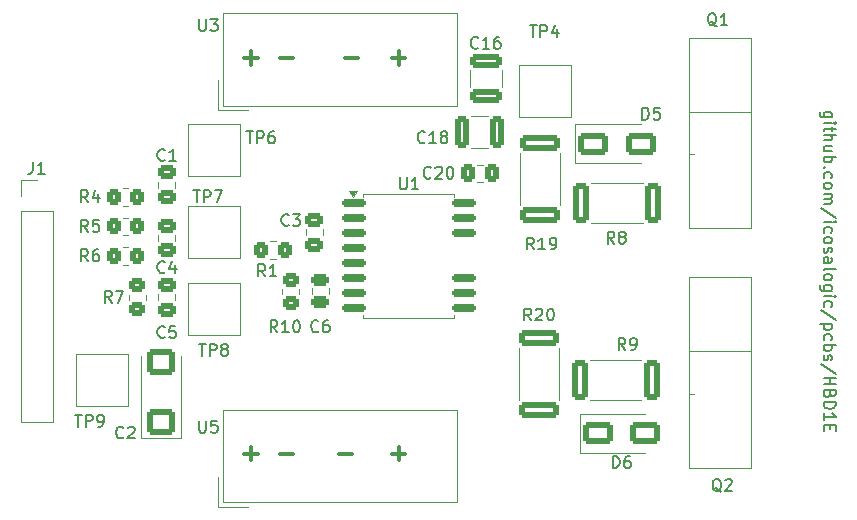
<source format=gto>
G04 #@! TF.GenerationSoftware,KiCad,Pcbnew,8.0.9-8.0.9-0~ubuntu22.04.1*
G04 #@! TF.CreationDate,2025-04-03T00:10:20-07:00*
G04 #@! TF.ProjectId,HBD1E,48424431-452e-46b6-9963-61645f706362,rev?*
G04 #@! TF.SameCoordinates,Original*
G04 #@! TF.FileFunction,Legend,Top*
G04 #@! TF.FilePolarity,Positive*
%FSLAX46Y46*%
G04 Gerber Fmt 4.6, Leading zero omitted, Abs format (unit mm)*
G04 Created by KiCad (PCBNEW 8.0.9-8.0.9-0~ubuntu22.04.1) date 2025-04-03 00:10:20*
%MOMM*%
%LPD*%
G01*
G04 APERTURE LIST*
G04 Aperture macros list*
%AMRoundRect*
0 Rectangle with rounded corners*
0 $1 Rounding radius*
0 $2 $3 $4 $5 $6 $7 $8 $9 X,Y pos of 4 corners*
0 Add a 4 corners polygon primitive as box body*
4,1,4,$2,$3,$4,$5,$6,$7,$8,$9,$2,$3,0*
0 Add four circle primitives for the rounded corners*
1,1,$1+$1,$2,$3*
1,1,$1+$1,$4,$5*
1,1,$1+$1,$6,$7*
1,1,$1+$1,$8,$9*
0 Add four rect primitives between the rounded corners*
20,1,$1+$1,$2,$3,$4,$5,0*
20,1,$1+$1,$4,$5,$6,$7,0*
20,1,$1+$1,$6,$7,$8,$9,0*
20,1,$1+$1,$8,$9,$2,$3,0*%
G04 Aperture macros list end*
%ADD10C,0.300000*%
%ADD11C,0.150000*%
%ADD12C,0.120000*%
%ADD13RoundRect,0.250000X0.350000X0.450000X-0.350000X0.450000X-0.350000X-0.450000X0.350000X-0.450000X0*%
%ADD14R,4.000000X4.000000*%
%ADD15C,3.100000*%
%ADD16C,5.400000*%
%ADD17R,4.500000X1.905000*%
%ADD18O,4.500000X1.905000*%
%ADD19RoundRect,0.250000X-0.475000X0.337500X-0.475000X-0.337500X0.475000X-0.337500X0.475000X0.337500X0*%
%ADD20RoundRect,0.250000X0.925000X-0.875000X0.925000X0.875000X-0.925000X0.875000X-0.925000X-0.875000X0*%
%ADD21RoundRect,0.250000X-1.000000X-0.650000X1.000000X-0.650000X1.000000X0.650000X-1.000000X0.650000X0*%
%ADD22RoundRect,0.249999X0.450001X1.425001X-0.450001X1.425001X-0.450001X-1.425001X0.450001X-1.425001X0*%
%ADD23RoundRect,0.249999X-1.425001X0.450001X-1.425001X-0.450001X1.425001X-0.450001X1.425001X0.450001X0*%
%ADD24RoundRect,0.250000X0.475000X-0.337500X0.475000X0.337500X-0.475000X0.337500X-0.475000X-0.337500X0*%
%ADD25RoundRect,0.250000X0.475000X-0.250000X0.475000X0.250000X-0.475000X0.250000X-0.475000X-0.250000X0*%
%ADD26R,1.500000X1.500000*%
%ADD27C,1.500000*%
%ADD28RoundRect,0.250000X-0.450000X0.350000X-0.450000X-0.350000X0.450000X-0.350000X0.450000X0.350000X0*%
%ADD29RoundRect,0.250000X1.100000X-0.325000X1.100000X0.325000X-1.100000X0.325000X-1.100000X-0.325000X0*%
%ADD30C,2.700000*%
%ADD31RoundRect,0.249999X1.425001X-0.450001X1.425001X0.450001X-1.425001X0.450001X-1.425001X-0.450001X0*%
%ADD32RoundRect,0.250000X-0.325000X-1.100000X0.325000X-1.100000X0.325000X1.100000X-0.325000X1.100000X0*%
%ADD33R,1.700000X1.700000*%
%ADD34O,1.700000X1.700000*%
%ADD35RoundRect,0.250000X-0.337500X-0.475000X0.337500X-0.475000X0.337500X0.475000X-0.337500X0.475000X0*%
%ADD36RoundRect,0.150000X-0.875000X-0.150000X0.875000X-0.150000X0.875000X0.150000X-0.875000X0.150000X0*%
G04 APERTURE END LIST*
D10*
X59554510Y-47729400D02*
X60697368Y-47729400D01*
X60125939Y-48300828D02*
X60125939Y-47157971D01*
X59554510Y-81229400D02*
X60697368Y-81229400D01*
X60125939Y-81800828D02*
X60125939Y-80657971D01*
X62554510Y-81229400D02*
X63697368Y-81229400D01*
X72054510Y-47729400D02*
X73197368Y-47729400D01*
X72625939Y-48300828D02*
X72625939Y-47157971D01*
D11*
X109296847Y-52765350D02*
X108487323Y-52765350D01*
X108487323Y-52765350D02*
X108392085Y-52717731D01*
X108392085Y-52717731D02*
X108344466Y-52670112D01*
X108344466Y-52670112D02*
X108296847Y-52574874D01*
X108296847Y-52574874D02*
X108296847Y-52432017D01*
X108296847Y-52432017D02*
X108344466Y-52336779D01*
X108677800Y-52765350D02*
X108630180Y-52670112D01*
X108630180Y-52670112D02*
X108630180Y-52479636D01*
X108630180Y-52479636D02*
X108677800Y-52384398D01*
X108677800Y-52384398D02*
X108725419Y-52336779D01*
X108725419Y-52336779D02*
X108820657Y-52289160D01*
X108820657Y-52289160D02*
X109106371Y-52289160D01*
X109106371Y-52289160D02*
X109201609Y-52336779D01*
X109201609Y-52336779D02*
X109249228Y-52384398D01*
X109249228Y-52384398D02*
X109296847Y-52479636D01*
X109296847Y-52479636D02*
X109296847Y-52670112D01*
X109296847Y-52670112D02*
X109249228Y-52765350D01*
X108630180Y-53241541D02*
X109296847Y-53241541D01*
X109630180Y-53241541D02*
X109582561Y-53193922D01*
X109582561Y-53193922D02*
X109534942Y-53241541D01*
X109534942Y-53241541D02*
X109582561Y-53289160D01*
X109582561Y-53289160D02*
X109630180Y-53241541D01*
X109630180Y-53241541D02*
X109534942Y-53241541D01*
X109296847Y-53574874D02*
X109296847Y-53955826D01*
X109630180Y-53717731D02*
X108773038Y-53717731D01*
X108773038Y-53717731D02*
X108677800Y-53765350D01*
X108677800Y-53765350D02*
X108630180Y-53860588D01*
X108630180Y-53860588D02*
X108630180Y-53955826D01*
X108630180Y-54289160D02*
X109630180Y-54289160D01*
X108630180Y-54717731D02*
X109153990Y-54717731D01*
X109153990Y-54717731D02*
X109249228Y-54670112D01*
X109249228Y-54670112D02*
X109296847Y-54574874D01*
X109296847Y-54574874D02*
X109296847Y-54432017D01*
X109296847Y-54432017D02*
X109249228Y-54336779D01*
X109249228Y-54336779D02*
X109201609Y-54289160D01*
X109296847Y-55622493D02*
X108630180Y-55622493D01*
X109296847Y-55193922D02*
X108773038Y-55193922D01*
X108773038Y-55193922D02*
X108677800Y-55241541D01*
X108677800Y-55241541D02*
X108630180Y-55336779D01*
X108630180Y-55336779D02*
X108630180Y-55479636D01*
X108630180Y-55479636D02*
X108677800Y-55574874D01*
X108677800Y-55574874D02*
X108725419Y-55622493D01*
X108630180Y-56098684D02*
X109630180Y-56098684D01*
X109249228Y-56098684D02*
X109296847Y-56193922D01*
X109296847Y-56193922D02*
X109296847Y-56384398D01*
X109296847Y-56384398D02*
X109249228Y-56479636D01*
X109249228Y-56479636D02*
X109201609Y-56527255D01*
X109201609Y-56527255D02*
X109106371Y-56574874D01*
X109106371Y-56574874D02*
X108820657Y-56574874D01*
X108820657Y-56574874D02*
X108725419Y-56527255D01*
X108725419Y-56527255D02*
X108677800Y-56479636D01*
X108677800Y-56479636D02*
X108630180Y-56384398D01*
X108630180Y-56384398D02*
X108630180Y-56193922D01*
X108630180Y-56193922D02*
X108677800Y-56098684D01*
X108725419Y-57003446D02*
X108677800Y-57051065D01*
X108677800Y-57051065D02*
X108630180Y-57003446D01*
X108630180Y-57003446D02*
X108677800Y-56955827D01*
X108677800Y-56955827D02*
X108725419Y-57003446D01*
X108725419Y-57003446D02*
X108630180Y-57003446D01*
X108677800Y-57908207D02*
X108630180Y-57812969D01*
X108630180Y-57812969D02*
X108630180Y-57622493D01*
X108630180Y-57622493D02*
X108677800Y-57527255D01*
X108677800Y-57527255D02*
X108725419Y-57479636D01*
X108725419Y-57479636D02*
X108820657Y-57432017D01*
X108820657Y-57432017D02*
X109106371Y-57432017D01*
X109106371Y-57432017D02*
X109201609Y-57479636D01*
X109201609Y-57479636D02*
X109249228Y-57527255D01*
X109249228Y-57527255D02*
X109296847Y-57622493D01*
X109296847Y-57622493D02*
X109296847Y-57812969D01*
X109296847Y-57812969D02*
X109249228Y-57908207D01*
X108630180Y-58479636D02*
X108677800Y-58384398D01*
X108677800Y-58384398D02*
X108725419Y-58336779D01*
X108725419Y-58336779D02*
X108820657Y-58289160D01*
X108820657Y-58289160D02*
X109106371Y-58289160D01*
X109106371Y-58289160D02*
X109201609Y-58336779D01*
X109201609Y-58336779D02*
X109249228Y-58384398D01*
X109249228Y-58384398D02*
X109296847Y-58479636D01*
X109296847Y-58479636D02*
X109296847Y-58622493D01*
X109296847Y-58622493D02*
X109249228Y-58717731D01*
X109249228Y-58717731D02*
X109201609Y-58765350D01*
X109201609Y-58765350D02*
X109106371Y-58812969D01*
X109106371Y-58812969D02*
X108820657Y-58812969D01*
X108820657Y-58812969D02*
X108725419Y-58765350D01*
X108725419Y-58765350D02*
X108677800Y-58717731D01*
X108677800Y-58717731D02*
X108630180Y-58622493D01*
X108630180Y-58622493D02*
X108630180Y-58479636D01*
X108630180Y-59241541D02*
X109296847Y-59241541D01*
X109201609Y-59241541D02*
X109249228Y-59289160D01*
X109249228Y-59289160D02*
X109296847Y-59384398D01*
X109296847Y-59384398D02*
X109296847Y-59527255D01*
X109296847Y-59527255D02*
X109249228Y-59622493D01*
X109249228Y-59622493D02*
X109153990Y-59670112D01*
X109153990Y-59670112D02*
X108630180Y-59670112D01*
X109153990Y-59670112D02*
X109249228Y-59717731D01*
X109249228Y-59717731D02*
X109296847Y-59812969D01*
X109296847Y-59812969D02*
X109296847Y-59955826D01*
X109296847Y-59955826D02*
X109249228Y-60051065D01*
X109249228Y-60051065D02*
X109153990Y-60098684D01*
X109153990Y-60098684D02*
X108630180Y-60098684D01*
X109677800Y-61289159D02*
X108392085Y-60432017D01*
X108630180Y-61622493D02*
X109296847Y-61622493D01*
X109630180Y-61622493D02*
X109582561Y-61574874D01*
X109582561Y-61574874D02*
X109534942Y-61622493D01*
X109534942Y-61622493D02*
X109582561Y-61670112D01*
X109582561Y-61670112D02*
X109630180Y-61622493D01*
X109630180Y-61622493D02*
X109534942Y-61622493D01*
X108677800Y-62527254D02*
X108630180Y-62432016D01*
X108630180Y-62432016D02*
X108630180Y-62241540D01*
X108630180Y-62241540D02*
X108677800Y-62146302D01*
X108677800Y-62146302D02*
X108725419Y-62098683D01*
X108725419Y-62098683D02*
X108820657Y-62051064D01*
X108820657Y-62051064D02*
X109106371Y-62051064D01*
X109106371Y-62051064D02*
X109201609Y-62098683D01*
X109201609Y-62098683D02*
X109249228Y-62146302D01*
X109249228Y-62146302D02*
X109296847Y-62241540D01*
X109296847Y-62241540D02*
X109296847Y-62432016D01*
X109296847Y-62432016D02*
X109249228Y-62527254D01*
X108630180Y-63098683D02*
X108677800Y-63003445D01*
X108677800Y-63003445D02*
X108725419Y-62955826D01*
X108725419Y-62955826D02*
X108820657Y-62908207D01*
X108820657Y-62908207D02*
X109106371Y-62908207D01*
X109106371Y-62908207D02*
X109201609Y-62955826D01*
X109201609Y-62955826D02*
X109249228Y-63003445D01*
X109249228Y-63003445D02*
X109296847Y-63098683D01*
X109296847Y-63098683D02*
X109296847Y-63241540D01*
X109296847Y-63241540D02*
X109249228Y-63336778D01*
X109249228Y-63336778D02*
X109201609Y-63384397D01*
X109201609Y-63384397D02*
X109106371Y-63432016D01*
X109106371Y-63432016D02*
X108820657Y-63432016D01*
X108820657Y-63432016D02*
X108725419Y-63384397D01*
X108725419Y-63384397D02*
X108677800Y-63336778D01*
X108677800Y-63336778D02*
X108630180Y-63241540D01*
X108630180Y-63241540D02*
X108630180Y-63098683D01*
X108677800Y-63812969D02*
X108630180Y-63908207D01*
X108630180Y-63908207D02*
X108630180Y-64098683D01*
X108630180Y-64098683D02*
X108677800Y-64193921D01*
X108677800Y-64193921D02*
X108773038Y-64241540D01*
X108773038Y-64241540D02*
X108820657Y-64241540D01*
X108820657Y-64241540D02*
X108915895Y-64193921D01*
X108915895Y-64193921D02*
X108963514Y-64098683D01*
X108963514Y-64098683D02*
X108963514Y-63955826D01*
X108963514Y-63955826D02*
X109011133Y-63860588D01*
X109011133Y-63860588D02*
X109106371Y-63812969D01*
X109106371Y-63812969D02*
X109153990Y-63812969D01*
X109153990Y-63812969D02*
X109249228Y-63860588D01*
X109249228Y-63860588D02*
X109296847Y-63955826D01*
X109296847Y-63955826D02*
X109296847Y-64098683D01*
X109296847Y-64098683D02*
X109249228Y-64193921D01*
X108630180Y-65098683D02*
X109153990Y-65098683D01*
X109153990Y-65098683D02*
X109249228Y-65051064D01*
X109249228Y-65051064D02*
X109296847Y-64955826D01*
X109296847Y-64955826D02*
X109296847Y-64765350D01*
X109296847Y-64765350D02*
X109249228Y-64670112D01*
X108677800Y-65098683D02*
X108630180Y-65003445D01*
X108630180Y-65003445D02*
X108630180Y-64765350D01*
X108630180Y-64765350D02*
X108677800Y-64670112D01*
X108677800Y-64670112D02*
X108773038Y-64622493D01*
X108773038Y-64622493D02*
X108868276Y-64622493D01*
X108868276Y-64622493D02*
X108963514Y-64670112D01*
X108963514Y-64670112D02*
X109011133Y-64765350D01*
X109011133Y-64765350D02*
X109011133Y-65003445D01*
X109011133Y-65003445D02*
X109058752Y-65098683D01*
X108630180Y-65717731D02*
X108677800Y-65622493D01*
X108677800Y-65622493D02*
X108773038Y-65574874D01*
X108773038Y-65574874D02*
X109630180Y-65574874D01*
X108630180Y-66241541D02*
X108677800Y-66146303D01*
X108677800Y-66146303D02*
X108725419Y-66098684D01*
X108725419Y-66098684D02*
X108820657Y-66051065D01*
X108820657Y-66051065D02*
X109106371Y-66051065D01*
X109106371Y-66051065D02*
X109201609Y-66098684D01*
X109201609Y-66098684D02*
X109249228Y-66146303D01*
X109249228Y-66146303D02*
X109296847Y-66241541D01*
X109296847Y-66241541D02*
X109296847Y-66384398D01*
X109296847Y-66384398D02*
X109249228Y-66479636D01*
X109249228Y-66479636D02*
X109201609Y-66527255D01*
X109201609Y-66527255D02*
X109106371Y-66574874D01*
X109106371Y-66574874D02*
X108820657Y-66574874D01*
X108820657Y-66574874D02*
X108725419Y-66527255D01*
X108725419Y-66527255D02*
X108677800Y-66479636D01*
X108677800Y-66479636D02*
X108630180Y-66384398D01*
X108630180Y-66384398D02*
X108630180Y-66241541D01*
X109296847Y-67432017D02*
X108487323Y-67432017D01*
X108487323Y-67432017D02*
X108392085Y-67384398D01*
X108392085Y-67384398D02*
X108344466Y-67336779D01*
X108344466Y-67336779D02*
X108296847Y-67241541D01*
X108296847Y-67241541D02*
X108296847Y-67098684D01*
X108296847Y-67098684D02*
X108344466Y-67003446D01*
X108677800Y-67432017D02*
X108630180Y-67336779D01*
X108630180Y-67336779D02*
X108630180Y-67146303D01*
X108630180Y-67146303D02*
X108677800Y-67051065D01*
X108677800Y-67051065D02*
X108725419Y-67003446D01*
X108725419Y-67003446D02*
X108820657Y-66955827D01*
X108820657Y-66955827D02*
X109106371Y-66955827D01*
X109106371Y-66955827D02*
X109201609Y-67003446D01*
X109201609Y-67003446D02*
X109249228Y-67051065D01*
X109249228Y-67051065D02*
X109296847Y-67146303D01*
X109296847Y-67146303D02*
X109296847Y-67336779D01*
X109296847Y-67336779D02*
X109249228Y-67432017D01*
X108630180Y-67908208D02*
X109296847Y-67908208D01*
X109630180Y-67908208D02*
X109582561Y-67860589D01*
X109582561Y-67860589D02*
X109534942Y-67908208D01*
X109534942Y-67908208D02*
X109582561Y-67955827D01*
X109582561Y-67955827D02*
X109630180Y-67908208D01*
X109630180Y-67908208D02*
X109534942Y-67908208D01*
X108677800Y-68812969D02*
X108630180Y-68717731D01*
X108630180Y-68717731D02*
X108630180Y-68527255D01*
X108630180Y-68527255D02*
X108677800Y-68432017D01*
X108677800Y-68432017D02*
X108725419Y-68384398D01*
X108725419Y-68384398D02*
X108820657Y-68336779D01*
X108820657Y-68336779D02*
X109106371Y-68336779D01*
X109106371Y-68336779D02*
X109201609Y-68384398D01*
X109201609Y-68384398D02*
X109249228Y-68432017D01*
X109249228Y-68432017D02*
X109296847Y-68527255D01*
X109296847Y-68527255D02*
X109296847Y-68717731D01*
X109296847Y-68717731D02*
X109249228Y-68812969D01*
X109677800Y-69955826D02*
X108392085Y-69098684D01*
X109296847Y-70289160D02*
X108296847Y-70289160D01*
X109249228Y-70289160D02*
X109296847Y-70384398D01*
X109296847Y-70384398D02*
X109296847Y-70574874D01*
X109296847Y-70574874D02*
X109249228Y-70670112D01*
X109249228Y-70670112D02*
X109201609Y-70717731D01*
X109201609Y-70717731D02*
X109106371Y-70765350D01*
X109106371Y-70765350D02*
X108820657Y-70765350D01*
X108820657Y-70765350D02*
X108725419Y-70717731D01*
X108725419Y-70717731D02*
X108677800Y-70670112D01*
X108677800Y-70670112D02*
X108630180Y-70574874D01*
X108630180Y-70574874D02*
X108630180Y-70384398D01*
X108630180Y-70384398D02*
X108677800Y-70289160D01*
X108677800Y-71622493D02*
X108630180Y-71527255D01*
X108630180Y-71527255D02*
X108630180Y-71336779D01*
X108630180Y-71336779D02*
X108677800Y-71241541D01*
X108677800Y-71241541D02*
X108725419Y-71193922D01*
X108725419Y-71193922D02*
X108820657Y-71146303D01*
X108820657Y-71146303D02*
X109106371Y-71146303D01*
X109106371Y-71146303D02*
X109201609Y-71193922D01*
X109201609Y-71193922D02*
X109249228Y-71241541D01*
X109249228Y-71241541D02*
X109296847Y-71336779D01*
X109296847Y-71336779D02*
X109296847Y-71527255D01*
X109296847Y-71527255D02*
X109249228Y-71622493D01*
X108630180Y-72051065D02*
X109630180Y-72051065D01*
X109249228Y-72051065D02*
X109296847Y-72146303D01*
X109296847Y-72146303D02*
X109296847Y-72336779D01*
X109296847Y-72336779D02*
X109249228Y-72432017D01*
X109249228Y-72432017D02*
X109201609Y-72479636D01*
X109201609Y-72479636D02*
X109106371Y-72527255D01*
X109106371Y-72527255D02*
X108820657Y-72527255D01*
X108820657Y-72527255D02*
X108725419Y-72479636D01*
X108725419Y-72479636D02*
X108677800Y-72432017D01*
X108677800Y-72432017D02*
X108630180Y-72336779D01*
X108630180Y-72336779D02*
X108630180Y-72146303D01*
X108630180Y-72146303D02*
X108677800Y-72051065D01*
X108677800Y-72908208D02*
X108630180Y-73003446D01*
X108630180Y-73003446D02*
X108630180Y-73193922D01*
X108630180Y-73193922D02*
X108677800Y-73289160D01*
X108677800Y-73289160D02*
X108773038Y-73336779D01*
X108773038Y-73336779D02*
X108820657Y-73336779D01*
X108820657Y-73336779D02*
X108915895Y-73289160D01*
X108915895Y-73289160D02*
X108963514Y-73193922D01*
X108963514Y-73193922D02*
X108963514Y-73051065D01*
X108963514Y-73051065D02*
X109011133Y-72955827D01*
X109011133Y-72955827D02*
X109106371Y-72908208D01*
X109106371Y-72908208D02*
X109153990Y-72908208D01*
X109153990Y-72908208D02*
X109249228Y-72955827D01*
X109249228Y-72955827D02*
X109296847Y-73051065D01*
X109296847Y-73051065D02*
X109296847Y-73193922D01*
X109296847Y-73193922D02*
X109249228Y-73289160D01*
X109677800Y-74479636D02*
X108392085Y-73622494D01*
X108630180Y-74812970D02*
X109630180Y-74812970D01*
X109153990Y-74812970D02*
X109153990Y-75384398D01*
X108630180Y-75384398D02*
X109630180Y-75384398D01*
X109153990Y-76193922D02*
X109106371Y-76336779D01*
X109106371Y-76336779D02*
X109058752Y-76384398D01*
X109058752Y-76384398D02*
X108963514Y-76432017D01*
X108963514Y-76432017D02*
X108820657Y-76432017D01*
X108820657Y-76432017D02*
X108725419Y-76384398D01*
X108725419Y-76384398D02*
X108677800Y-76336779D01*
X108677800Y-76336779D02*
X108630180Y-76241541D01*
X108630180Y-76241541D02*
X108630180Y-75860589D01*
X108630180Y-75860589D02*
X109630180Y-75860589D01*
X109630180Y-75860589D02*
X109630180Y-76193922D01*
X109630180Y-76193922D02*
X109582561Y-76289160D01*
X109582561Y-76289160D02*
X109534942Y-76336779D01*
X109534942Y-76336779D02*
X109439704Y-76384398D01*
X109439704Y-76384398D02*
X109344466Y-76384398D01*
X109344466Y-76384398D02*
X109249228Y-76336779D01*
X109249228Y-76336779D02*
X109201609Y-76289160D01*
X109201609Y-76289160D02*
X109153990Y-76193922D01*
X109153990Y-76193922D02*
X109153990Y-75860589D01*
X108630180Y-76860589D02*
X109630180Y-76860589D01*
X109630180Y-76860589D02*
X109630180Y-77098684D01*
X109630180Y-77098684D02*
X109582561Y-77241541D01*
X109582561Y-77241541D02*
X109487323Y-77336779D01*
X109487323Y-77336779D02*
X109392085Y-77384398D01*
X109392085Y-77384398D02*
X109201609Y-77432017D01*
X109201609Y-77432017D02*
X109058752Y-77432017D01*
X109058752Y-77432017D02*
X108868276Y-77384398D01*
X108868276Y-77384398D02*
X108773038Y-77336779D01*
X108773038Y-77336779D02*
X108677800Y-77241541D01*
X108677800Y-77241541D02*
X108630180Y-77098684D01*
X108630180Y-77098684D02*
X108630180Y-76860589D01*
X108630180Y-78384398D02*
X108630180Y-77812970D01*
X108630180Y-78098684D02*
X109630180Y-78098684D01*
X109630180Y-78098684D02*
X109487323Y-78003446D01*
X109487323Y-78003446D02*
X109392085Y-77908208D01*
X109392085Y-77908208D02*
X109344466Y-77812970D01*
X109153990Y-78812970D02*
X109153990Y-79146303D01*
X108630180Y-79289160D02*
X108630180Y-78812970D01*
X108630180Y-78812970D02*
X109630180Y-78812970D01*
X109630180Y-78812970D02*
X109630180Y-79289160D01*
D10*
X62554510Y-47729400D02*
X63697368Y-47729400D01*
X72054510Y-81229400D02*
X73197368Y-81229400D01*
X72625939Y-81800828D02*
X72625939Y-80657971D01*
X67554510Y-81229400D02*
X68697368Y-81229400D01*
X68054510Y-47729400D02*
X69197368Y-47729400D01*
D11*
X61333333Y-66222586D02*
X61000000Y-65746395D01*
X60761905Y-66222586D02*
X60761905Y-65222586D01*
X60761905Y-65222586D02*
X61142857Y-65222586D01*
X61142857Y-65222586D02*
X61238095Y-65270205D01*
X61238095Y-65270205D02*
X61285714Y-65317824D01*
X61285714Y-65317824D02*
X61333333Y-65413062D01*
X61333333Y-65413062D02*
X61333333Y-65555919D01*
X61333333Y-65555919D02*
X61285714Y-65651157D01*
X61285714Y-65651157D02*
X61238095Y-65698776D01*
X61238095Y-65698776D02*
X61142857Y-65746395D01*
X61142857Y-65746395D02*
X60761905Y-65746395D01*
X62285714Y-66222586D02*
X61714286Y-66222586D01*
X62000000Y-66222586D02*
X62000000Y-65222586D01*
X62000000Y-65222586D02*
X61904762Y-65365443D01*
X61904762Y-65365443D02*
X61809524Y-65460681D01*
X61809524Y-65460681D02*
X61714286Y-65508300D01*
X83738095Y-44954819D02*
X84309523Y-44954819D01*
X84023809Y-45954819D02*
X84023809Y-44954819D01*
X84642857Y-45954819D02*
X84642857Y-44954819D01*
X84642857Y-44954819D02*
X85023809Y-44954819D01*
X85023809Y-44954819D02*
X85119047Y-45002438D01*
X85119047Y-45002438D02*
X85166666Y-45050057D01*
X85166666Y-45050057D02*
X85214285Y-45145295D01*
X85214285Y-45145295D02*
X85214285Y-45288152D01*
X85214285Y-45288152D02*
X85166666Y-45383390D01*
X85166666Y-45383390D02*
X85119047Y-45431009D01*
X85119047Y-45431009D02*
X85023809Y-45478628D01*
X85023809Y-45478628D02*
X84642857Y-45478628D01*
X86071428Y-45288152D02*
X86071428Y-45954819D01*
X85833333Y-44907200D02*
X85595238Y-45621485D01*
X85595238Y-45621485D02*
X86214285Y-45621485D01*
X99554761Y-45050057D02*
X99459523Y-45002438D01*
X99459523Y-45002438D02*
X99364285Y-44907200D01*
X99364285Y-44907200D02*
X99221428Y-44764342D01*
X99221428Y-44764342D02*
X99126190Y-44716723D01*
X99126190Y-44716723D02*
X99030952Y-44716723D01*
X99078571Y-44954819D02*
X98983333Y-44907200D01*
X98983333Y-44907200D02*
X98888095Y-44811961D01*
X98888095Y-44811961D02*
X98840476Y-44621485D01*
X98840476Y-44621485D02*
X98840476Y-44288152D01*
X98840476Y-44288152D02*
X98888095Y-44097676D01*
X98888095Y-44097676D02*
X98983333Y-44002438D01*
X98983333Y-44002438D02*
X99078571Y-43954819D01*
X99078571Y-43954819D02*
X99269047Y-43954819D01*
X99269047Y-43954819D02*
X99364285Y-44002438D01*
X99364285Y-44002438D02*
X99459523Y-44097676D01*
X99459523Y-44097676D02*
X99507142Y-44288152D01*
X99507142Y-44288152D02*
X99507142Y-44621485D01*
X99507142Y-44621485D02*
X99459523Y-44811961D01*
X99459523Y-44811961D02*
X99364285Y-44907200D01*
X99364285Y-44907200D02*
X99269047Y-44954819D01*
X99269047Y-44954819D02*
X99078571Y-44954819D01*
X100459523Y-44954819D02*
X99888095Y-44954819D01*
X100173809Y-44954819D02*
X100173809Y-43954819D01*
X100173809Y-43954819D02*
X100078571Y-44097676D01*
X100078571Y-44097676D02*
X99983333Y-44192914D01*
X99983333Y-44192914D02*
X99888095Y-44240533D01*
X52833333Y-71359580D02*
X52785714Y-71407200D01*
X52785714Y-71407200D02*
X52642857Y-71454819D01*
X52642857Y-71454819D02*
X52547619Y-71454819D01*
X52547619Y-71454819D02*
X52404762Y-71407200D01*
X52404762Y-71407200D02*
X52309524Y-71311961D01*
X52309524Y-71311961D02*
X52261905Y-71216723D01*
X52261905Y-71216723D02*
X52214286Y-71026247D01*
X52214286Y-71026247D02*
X52214286Y-70883390D01*
X52214286Y-70883390D02*
X52261905Y-70692914D01*
X52261905Y-70692914D02*
X52309524Y-70597676D01*
X52309524Y-70597676D02*
X52404762Y-70502438D01*
X52404762Y-70502438D02*
X52547619Y-70454819D01*
X52547619Y-70454819D02*
X52642857Y-70454819D01*
X52642857Y-70454819D02*
X52785714Y-70502438D01*
X52785714Y-70502438D02*
X52833333Y-70550057D01*
X53738095Y-70454819D02*
X53261905Y-70454819D01*
X53261905Y-70454819D02*
X53214286Y-70931009D01*
X53214286Y-70931009D02*
X53261905Y-70883390D01*
X53261905Y-70883390D02*
X53357143Y-70835771D01*
X53357143Y-70835771D02*
X53595238Y-70835771D01*
X53595238Y-70835771D02*
X53690476Y-70883390D01*
X53690476Y-70883390D02*
X53738095Y-70931009D01*
X53738095Y-70931009D02*
X53785714Y-71026247D01*
X53785714Y-71026247D02*
X53785714Y-71264342D01*
X53785714Y-71264342D02*
X53738095Y-71359580D01*
X53738095Y-71359580D02*
X53690476Y-71407200D01*
X53690476Y-71407200D02*
X53595238Y-71454819D01*
X53595238Y-71454819D02*
X53357143Y-71454819D01*
X53357143Y-71454819D02*
X53261905Y-71407200D01*
X53261905Y-71407200D02*
X53214286Y-71359580D01*
X49333333Y-79859580D02*
X49285714Y-79907200D01*
X49285714Y-79907200D02*
X49142857Y-79954819D01*
X49142857Y-79954819D02*
X49047619Y-79954819D01*
X49047619Y-79954819D02*
X48904762Y-79907200D01*
X48904762Y-79907200D02*
X48809524Y-79811961D01*
X48809524Y-79811961D02*
X48761905Y-79716723D01*
X48761905Y-79716723D02*
X48714286Y-79526247D01*
X48714286Y-79526247D02*
X48714286Y-79383390D01*
X48714286Y-79383390D02*
X48761905Y-79192914D01*
X48761905Y-79192914D02*
X48809524Y-79097676D01*
X48809524Y-79097676D02*
X48904762Y-79002438D01*
X48904762Y-79002438D02*
X49047619Y-78954819D01*
X49047619Y-78954819D02*
X49142857Y-78954819D01*
X49142857Y-78954819D02*
X49285714Y-79002438D01*
X49285714Y-79002438D02*
X49333333Y-79050057D01*
X49714286Y-79050057D02*
X49761905Y-79002438D01*
X49761905Y-79002438D02*
X49857143Y-78954819D01*
X49857143Y-78954819D02*
X50095238Y-78954819D01*
X50095238Y-78954819D02*
X50190476Y-79002438D01*
X50190476Y-79002438D02*
X50238095Y-79050057D01*
X50238095Y-79050057D02*
X50285714Y-79145295D01*
X50285714Y-79145295D02*
X50285714Y-79240533D01*
X50285714Y-79240533D02*
X50238095Y-79383390D01*
X50238095Y-79383390D02*
X49666667Y-79954819D01*
X49666667Y-79954819D02*
X50285714Y-79954819D01*
X46333333Y-64954819D02*
X46000000Y-64478628D01*
X45761905Y-64954819D02*
X45761905Y-63954819D01*
X45761905Y-63954819D02*
X46142857Y-63954819D01*
X46142857Y-63954819D02*
X46238095Y-64002438D01*
X46238095Y-64002438D02*
X46285714Y-64050057D01*
X46285714Y-64050057D02*
X46333333Y-64145295D01*
X46333333Y-64145295D02*
X46333333Y-64288152D01*
X46333333Y-64288152D02*
X46285714Y-64383390D01*
X46285714Y-64383390D02*
X46238095Y-64431009D01*
X46238095Y-64431009D02*
X46142857Y-64478628D01*
X46142857Y-64478628D02*
X45761905Y-64478628D01*
X47190476Y-63954819D02*
X47000000Y-63954819D01*
X47000000Y-63954819D02*
X46904762Y-64002438D01*
X46904762Y-64002438D02*
X46857143Y-64050057D01*
X46857143Y-64050057D02*
X46761905Y-64192914D01*
X46761905Y-64192914D02*
X46714286Y-64383390D01*
X46714286Y-64383390D02*
X46714286Y-64764342D01*
X46714286Y-64764342D02*
X46761905Y-64859580D01*
X46761905Y-64859580D02*
X46809524Y-64907200D01*
X46809524Y-64907200D02*
X46904762Y-64954819D01*
X46904762Y-64954819D02*
X47095238Y-64954819D01*
X47095238Y-64954819D02*
X47190476Y-64907200D01*
X47190476Y-64907200D02*
X47238095Y-64859580D01*
X47238095Y-64859580D02*
X47285714Y-64764342D01*
X47285714Y-64764342D02*
X47285714Y-64526247D01*
X47285714Y-64526247D02*
X47238095Y-64431009D01*
X47238095Y-64431009D02*
X47190476Y-64383390D01*
X47190476Y-64383390D02*
X47095238Y-64335771D01*
X47095238Y-64335771D02*
X46904762Y-64335771D01*
X46904762Y-64335771D02*
X46809524Y-64383390D01*
X46809524Y-64383390D02*
X46761905Y-64431009D01*
X46761905Y-64431009D02*
X46714286Y-64526247D01*
X99944761Y-84480057D02*
X99849523Y-84432438D01*
X99849523Y-84432438D02*
X99754285Y-84337200D01*
X99754285Y-84337200D02*
X99611428Y-84194342D01*
X99611428Y-84194342D02*
X99516190Y-84146723D01*
X99516190Y-84146723D02*
X99420952Y-84146723D01*
X99468571Y-84384819D02*
X99373333Y-84337200D01*
X99373333Y-84337200D02*
X99278095Y-84241961D01*
X99278095Y-84241961D02*
X99230476Y-84051485D01*
X99230476Y-84051485D02*
X99230476Y-83718152D01*
X99230476Y-83718152D02*
X99278095Y-83527676D01*
X99278095Y-83527676D02*
X99373333Y-83432438D01*
X99373333Y-83432438D02*
X99468571Y-83384819D01*
X99468571Y-83384819D02*
X99659047Y-83384819D01*
X99659047Y-83384819D02*
X99754285Y-83432438D01*
X99754285Y-83432438D02*
X99849523Y-83527676D01*
X99849523Y-83527676D02*
X99897142Y-83718152D01*
X99897142Y-83718152D02*
X99897142Y-84051485D01*
X99897142Y-84051485D02*
X99849523Y-84241961D01*
X99849523Y-84241961D02*
X99754285Y-84337200D01*
X99754285Y-84337200D02*
X99659047Y-84384819D01*
X99659047Y-84384819D02*
X99468571Y-84384819D01*
X100278095Y-83480057D02*
X100325714Y-83432438D01*
X100325714Y-83432438D02*
X100420952Y-83384819D01*
X100420952Y-83384819D02*
X100659047Y-83384819D01*
X100659047Y-83384819D02*
X100754285Y-83432438D01*
X100754285Y-83432438D02*
X100801904Y-83480057D01*
X100801904Y-83480057D02*
X100849523Y-83575295D01*
X100849523Y-83575295D02*
X100849523Y-83670533D01*
X100849523Y-83670533D02*
X100801904Y-83813390D01*
X100801904Y-83813390D02*
X100230476Y-84384819D01*
X100230476Y-84384819D02*
X100849523Y-84384819D01*
X93261905Y-52954819D02*
X93261905Y-51954819D01*
X93261905Y-51954819D02*
X93500000Y-51954819D01*
X93500000Y-51954819D02*
X93642857Y-52002438D01*
X93642857Y-52002438D02*
X93738095Y-52097676D01*
X93738095Y-52097676D02*
X93785714Y-52192914D01*
X93785714Y-52192914D02*
X93833333Y-52383390D01*
X93833333Y-52383390D02*
X93833333Y-52526247D01*
X93833333Y-52526247D02*
X93785714Y-52716723D01*
X93785714Y-52716723D02*
X93738095Y-52811961D01*
X93738095Y-52811961D02*
X93642857Y-52907200D01*
X93642857Y-52907200D02*
X93500000Y-52954819D01*
X93500000Y-52954819D02*
X93261905Y-52954819D01*
X94738095Y-51954819D02*
X94261905Y-51954819D01*
X94261905Y-51954819D02*
X94214286Y-52431009D01*
X94214286Y-52431009D02*
X94261905Y-52383390D01*
X94261905Y-52383390D02*
X94357143Y-52335771D01*
X94357143Y-52335771D02*
X94595238Y-52335771D01*
X94595238Y-52335771D02*
X94690476Y-52383390D01*
X94690476Y-52383390D02*
X94738095Y-52431009D01*
X94738095Y-52431009D02*
X94785714Y-52526247D01*
X94785714Y-52526247D02*
X94785714Y-52764342D01*
X94785714Y-52764342D02*
X94738095Y-52859580D01*
X94738095Y-52859580D02*
X94690476Y-52907200D01*
X94690476Y-52907200D02*
X94595238Y-52954819D01*
X94595238Y-52954819D02*
X94357143Y-52954819D01*
X94357143Y-52954819D02*
X94261905Y-52907200D01*
X94261905Y-52907200D02*
X94214286Y-52859580D01*
X45238095Y-77954819D02*
X45809523Y-77954819D01*
X45523809Y-78954819D02*
X45523809Y-77954819D01*
X46142857Y-78954819D02*
X46142857Y-77954819D01*
X46142857Y-77954819D02*
X46523809Y-77954819D01*
X46523809Y-77954819D02*
X46619047Y-78002438D01*
X46619047Y-78002438D02*
X46666666Y-78050057D01*
X46666666Y-78050057D02*
X46714285Y-78145295D01*
X46714285Y-78145295D02*
X46714285Y-78288152D01*
X46714285Y-78288152D02*
X46666666Y-78383390D01*
X46666666Y-78383390D02*
X46619047Y-78431009D01*
X46619047Y-78431009D02*
X46523809Y-78478628D01*
X46523809Y-78478628D02*
X46142857Y-78478628D01*
X47190476Y-78954819D02*
X47380952Y-78954819D01*
X47380952Y-78954819D02*
X47476190Y-78907200D01*
X47476190Y-78907200D02*
X47523809Y-78859580D01*
X47523809Y-78859580D02*
X47619047Y-78716723D01*
X47619047Y-78716723D02*
X47666666Y-78526247D01*
X47666666Y-78526247D02*
X47666666Y-78145295D01*
X47666666Y-78145295D02*
X47619047Y-78050057D01*
X47619047Y-78050057D02*
X47571428Y-78002438D01*
X47571428Y-78002438D02*
X47476190Y-77954819D01*
X47476190Y-77954819D02*
X47285714Y-77954819D01*
X47285714Y-77954819D02*
X47190476Y-78002438D01*
X47190476Y-78002438D02*
X47142857Y-78050057D01*
X47142857Y-78050057D02*
X47095238Y-78145295D01*
X47095238Y-78145295D02*
X47095238Y-78383390D01*
X47095238Y-78383390D02*
X47142857Y-78478628D01*
X47142857Y-78478628D02*
X47190476Y-78526247D01*
X47190476Y-78526247D02*
X47285714Y-78573866D01*
X47285714Y-78573866D02*
X47476190Y-78573866D01*
X47476190Y-78573866D02*
X47571428Y-78526247D01*
X47571428Y-78526247D02*
X47619047Y-78478628D01*
X47619047Y-78478628D02*
X47666666Y-78383390D01*
X59738095Y-53954819D02*
X60309523Y-53954819D01*
X60023809Y-54954819D02*
X60023809Y-53954819D01*
X60642857Y-54954819D02*
X60642857Y-53954819D01*
X60642857Y-53954819D02*
X61023809Y-53954819D01*
X61023809Y-53954819D02*
X61119047Y-54002438D01*
X61119047Y-54002438D02*
X61166666Y-54050057D01*
X61166666Y-54050057D02*
X61214285Y-54145295D01*
X61214285Y-54145295D02*
X61214285Y-54288152D01*
X61214285Y-54288152D02*
X61166666Y-54383390D01*
X61166666Y-54383390D02*
X61119047Y-54431009D01*
X61119047Y-54431009D02*
X61023809Y-54478628D01*
X61023809Y-54478628D02*
X60642857Y-54478628D01*
X62071428Y-53954819D02*
X61880952Y-53954819D01*
X61880952Y-53954819D02*
X61785714Y-54002438D01*
X61785714Y-54002438D02*
X61738095Y-54050057D01*
X61738095Y-54050057D02*
X61642857Y-54192914D01*
X61642857Y-54192914D02*
X61595238Y-54383390D01*
X61595238Y-54383390D02*
X61595238Y-54764342D01*
X61595238Y-54764342D02*
X61642857Y-54859580D01*
X61642857Y-54859580D02*
X61690476Y-54907200D01*
X61690476Y-54907200D02*
X61785714Y-54954819D01*
X61785714Y-54954819D02*
X61976190Y-54954819D01*
X61976190Y-54954819D02*
X62071428Y-54907200D01*
X62071428Y-54907200D02*
X62119047Y-54859580D01*
X62119047Y-54859580D02*
X62166666Y-54764342D01*
X62166666Y-54764342D02*
X62166666Y-54526247D01*
X62166666Y-54526247D02*
X62119047Y-54431009D01*
X62119047Y-54431009D02*
X62071428Y-54383390D01*
X62071428Y-54383390D02*
X61976190Y-54335771D01*
X61976190Y-54335771D02*
X61785714Y-54335771D01*
X61785714Y-54335771D02*
X61690476Y-54383390D01*
X61690476Y-54383390D02*
X61642857Y-54431009D01*
X61642857Y-54431009D02*
X61595238Y-54526247D01*
X46333333Y-62454819D02*
X46000000Y-61978628D01*
X45761905Y-62454819D02*
X45761905Y-61454819D01*
X45761905Y-61454819D02*
X46142857Y-61454819D01*
X46142857Y-61454819D02*
X46238095Y-61502438D01*
X46238095Y-61502438D02*
X46285714Y-61550057D01*
X46285714Y-61550057D02*
X46333333Y-61645295D01*
X46333333Y-61645295D02*
X46333333Y-61788152D01*
X46333333Y-61788152D02*
X46285714Y-61883390D01*
X46285714Y-61883390D02*
X46238095Y-61931009D01*
X46238095Y-61931009D02*
X46142857Y-61978628D01*
X46142857Y-61978628D02*
X45761905Y-61978628D01*
X47238095Y-61454819D02*
X46761905Y-61454819D01*
X46761905Y-61454819D02*
X46714286Y-61931009D01*
X46714286Y-61931009D02*
X46761905Y-61883390D01*
X46761905Y-61883390D02*
X46857143Y-61835771D01*
X46857143Y-61835771D02*
X47095238Y-61835771D01*
X47095238Y-61835771D02*
X47190476Y-61883390D01*
X47190476Y-61883390D02*
X47238095Y-61931009D01*
X47238095Y-61931009D02*
X47285714Y-62026247D01*
X47285714Y-62026247D02*
X47285714Y-62264342D01*
X47285714Y-62264342D02*
X47238095Y-62359580D01*
X47238095Y-62359580D02*
X47190476Y-62407200D01*
X47190476Y-62407200D02*
X47095238Y-62454819D01*
X47095238Y-62454819D02*
X46857143Y-62454819D01*
X46857143Y-62454819D02*
X46761905Y-62407200D01*
X46761905Y-62407200D02*
X46714286Y-62359580D01*
X91833333Y-72454819D02*
X91500000Y-71978628D01*
X91261905Y-72454819D02*
X91261905Y-71454819D01*
X91261905Y-71454819D02*
X91642857Y-71454819D01*
X91642857Y-71454819D02*
X91738095Y-71502438D01*
X91738095Y-71502438D02*
X91785714Y-71550057D01*
X91785714Y-71550057D02*
X91833333Y-71645295D01*
X91833333Y-71645295D02*
X91833333Y-71788152D01*
X91833333Y-71788152D02*
X91785714Y-71883390D01*
X91785714Y-71883390D02*
X91738095Y-71931009D01*
X91738095Y-71931009D02*
X91642857Y-71978628D01*
X91642857Y-71978628D02*
X91261905Y-71978628D01*
X92309524Y-72454819D02*
X92500000Y-72454819D01*
X92500000Y-72454819D02*
X92595238Y-72407200D01*
X92595238Y-72407200D02*
X92642857Y-72359580D01*
X92642857Y-72359580D02*
X92738095Y-72216723D01*
X92738095Y-72216723D02*
X92785714Y-72026247D01*
X92785714Y-72026247D02*
X92785714Y-71645295D01*
X92785714Y-71645295D02*
X92738095Y-71550057D01*
X92738095Y-71550057D02*
X92690476Y-71502438D01*
X92690476Y-71502438D02*
X92595238Y-71454819D01*
X92595238Y-71454819D02*
X92404762Y-71454819D01*
X92404762Y-71454819D02*
X92309524Y-71502438D01*
X92309524Y-71502438D02*
X92261905Y-71550057D01*
X92261905Y-71550057D02*
X92214286Y-71645295D01*
X92214286Y-71645295D02*
X92214286Y-71883390D01*
X92214286Y-71883390D02*
X92261905Y-71978628D01*
X92261905Y-71978628D02*
X92309524Y-72026247D01*
X92309524Y-72026247D02*
X92404762Y-72073866D01*
X92404762Y-72073866D02*
X92595238Y-72073866D01*
X92595238Y-72073866D02*
X92690476Y-72026247D01*
X92690476Y-72026247D02*
X92738095Y-71978628D01*
X92738095Y-71978628D02*
X92785714Y-71883390D01*
X90761905Y-82454819D02*
X90761905Y-81454819D01*
X90761905Y-81454819D02*
X91000000Y-81454819D01*
X91000000Y-81454819D02*
X91142857Y-81502438D01*
X91142857Y-81502438D02*
X91238095Y-81597676D01*
X91238095Y-81597676D02*
X91285714Y-81692914D01*
X91285714Y-81692914D02*
X91333333Y-81883390D01*
X91333333Y-81883390D02*
X91333333Y-82026247D01*
X91333333Y-82026247D02*
X91285714Y-82216723D01*
X91285714Y-82216723D02*
X91238095Y-82311961D01*
X91238095Y-82311961D02*
X91142857Y-82407200D01*
X91142857Y-82407200D02*
X91000000Y-82454819D01*
X91000000Y-82454819D02*
X90761905Y-82454819D01*
X92190476Y-81454819D02*
X92000000Y-81454819D01*
X92000000Y-81454819D02*
X91904762Y-81502438D01*
X91904762Y-81502438D02*
X91857143Y-81550057D01*
X91857143Y-81550057D02*
X91761905Y-81692914D01*
X91761905Y-81692914D02*
X91714286Y-81883390D01*
X91714286Y-81883390D02*
X91714286Y-82264342D01*
X91714286Y-82264342D02*
X91761905Y-82359580D01*
X91761905Y-82359580D02*
X91809524Y-82407200D01*
X91809524Y-82407200D02*
X91904762Y-82454819D01*
X91904762Y-82454819D02*
X92095238Y-82454819D01*
X92095238Y-82454819D02*
X92190476Y-82407200D01*
X92190476Y-82407200D02*
X92238095Y-82359580D01*
X92238095Y-82359580D02*
X92285714Y-82264342D01*
X92285714Y-82264342D02*
X92285714Y-82026247D01*
X92285714Y-82026247D02*
X92238095Y-81931009D01*
X92238095Y-81931009D02*
X92190476Y-81883390D01*
X92190476Y-81883390D02*
X92095238Y-81835771D01*
X92095238Y-81835771D02*
X91904762Y-81835771D01*
X91904762Y-81835771D02*
X91809524Y-81883390D01*
X91809524Y-81883390D02*
X91761905Y-81931009D01*
X91761905Y-81931009D02*
X91714286Y-82026247D01*
X55238095Y-58954819D02*
X55809523Y-58954819D01*
X55523809Y-59954819D02*
X55523809Y-58954819D01*
X56142857Y-59954819D02*
X56142857Y-58954819D01*
X56142857Y-58954819D02*
X56523809Y-58954819D01*
X56523809Y-58954819D02*
X56619047Y-59002438D01*
X56619047Y-59002438D02*
X56666666Y-59050057D01*
X56666666Y-59050057D02*
X56714285Y-59145295D01*
X56714285Y-59145295D02*
X56714285Y-59288152D01*
X56714285Y-59288152D02*
X56666666Y-59383390D01*
X56666666Y-59383390D02*
X56619047Y-59431009D01*
X56619047Y-59431009D02*
X56523809Y-59478628D01*
X56523809Y-59478628D02*
X56142857Y-59478628D01*
X57047619Y-58954819D02*
X57714285Y-58954819D01*
X57714285Y-58954819D02*
X57285714Y-59954819D01*
X84077142Y-63954819D02*
X83743809Y-63478628D01*
X83505714Y-63954819D02*
X83505714Y-62954819D01*
X83505714Y-62954819D02*
X83886666Y-62954819D01*
X83886666Y-62954819D02*
X83981904Y-63002438D01*
X83981904Y-63002438D02*
X84029523Y-63050057D01*
X84029523Y-63050057D02*
X84077142Y-63145295D01*
X84077142Y-63145295D02*
X84077142Y-63288152D01*
X84077142Y-63288152D02*
X84029523Y-63383390D01*
X84029523Y-63383390D02*
X83981904Y-63431009D01*
X83981904Y-63431009D02*
X83886666Y-63478628D01*
X83886666Y-63478628D02*
X83505714Y-63478628D01*
X85029523Y-63954819D02*
X84458095Y-63954819D01*
X84743809Y-63954819D02*
X84743809Y-62954819D01*
X84743809Y-62954819D02*
X84648571Y-63097676D01*
X84648571Y-63097676D02*
X84553333Y-63192914D01*
X84553333Y-63192914D02*
X84458095Y-63240533D01*
X85505714Y-63954819D02*
X85696190Y-63954819D01*
X85696190Y-63954819D02*
X85791428Y-63907200D01*
X85791428Y-63907200D02*
X85839047Y-63859580D01*
X85839047Y-63859580D02*
X85934285Y-63716723D01*
X85934285Y-63716723D02*
X85981904Y-63526247D01*
X85981904Y-63526247D02*
X85981904Y-63145295D01*
X85981904Y-63145295D02*
X85934285Y-63050057D01*
X85934285Y-63050057D02*
X85886666Y-63002438D01*
X85886666Y-63002438D02*
X85791428Y-62954819D01*
X85791428Y-62954819D02*
X85600952Y-62954819D01*
X85600952Y-62954819D02*
X85505714Y-63002438D01*
X85505714Y-63002438D02*
X85458095Y-63050057D01*
X85458095Y-63050057D02*
X85410476Y-63145295D01*
X85410476Y-63145295D02*
X85410476Y-63383390D01*
X85410476Y-63383390D02*
X85458095Y-63478628D01*
X85458095Y-63478628D02*
X85505714Y-63526247D01*
X85505714Y-63526247D02*
X85600952Y-63573866D01*
X85600952Y-63573866D02*
X85791428Y-63573866D01*
X85791428Y-63573866D02*
X85886666Y-63526247D01*
X85886666Y-63526247D02*
X85934285Y-63478628D01*
X85934285Y-63478628D02*
X85981904Y-63383390D01*
X52833333Y-56359580D02*
X52785714Y-56407200D01*
X52785714Y-56407200D02*
X52642857Y-56454819D01*
X52642857Y-56454819D02*
X52547619Y-56454819D01*
X52547619Y-56454819D02*
X52404762Y-56407200D01*
X52404762Y-56407200D02*
X52309524Y-56311961D01*
X52309524Y-56311961D02*
X52261905Y-56216723D01*
X52261905Y-56216723D02*
X52214286Y-56026247D01*
X52214286Y-56026247D02*
X52214286Y-55883390D01*
X52214286Y-55883390D02*
X52261905Y-55692914D01*
X52261905Y-55692914D02*
X52309524Y-55597676D01*
X52309524Y-55597676D02*
X52404762Y-55502438D01*
X52404762Y-55502438D02*
X52547619Y-55454819D01*
X52547619Y-55454819D02*
X52642857Y-55454819D01*
X52642857Y-55454819D02*
X52785714Y-55502438D01*
X52785714Y-55502438D02*
X52833333Y-55550057D01*
X53785714Y-56454819D02*
X53214286Y-56454819D01*
X53500000Y-56454819D02*
X53500000Y-55454819D01*
X53500000Y-55454819D02*
X53404762Y-55597676D01*
X53404762Y-55597676D02*
X53309524Y-55692914D01*
X53309524Y-55692914D02*
X53214286Y-55740533D01*
X65833333Y-70859580D02*
X65785714Y-70907200D01*
X65785714Y-70907200D02*
X65642857Y-70954819D01*
X65642857Y-70954819D02*
X65547619Y-70954819D01*
X65547619Y-70954819D02*
X65404762Y-70907200D01*
X65404762Y-70907200D02*
X65309524Y-70811961D01*
X65309524Y-70811961D02*
X65261905Y-70716723D01*
X65261905Y-70716723D02*
X65214286Y-70526247D01*
X65214286Y-70526247D02*
X65214286Y-70383390D01*
X65214286Y-70383390D02*
X65261905Y-70192914D01*
X65261905Y-70192914D02*
X65309524Y-70097676D01*
X65309524Y-70097676D02*
X65404762Y-70002438D01*
X65404762Y-70002438D02*
X65547619Y-69954819D01*
X65547619Y-69954819D02*
X65642857Y-69954819D01*
X65642857Y-69954819D02*
X65785714Y-70002438D01*
X65785714Y-70002438D02*
X65833333Y-70050057D01*
X66690476Y-69954819D02*
X66500000Y-69954819D01*
X66500000Y-69954819D02*
X66404762Y-70002438D01*
X66404762Y-70002438D02*
X66357143Y-70050057D01*
X66357143Y-70050057D02*
X66261905Y-70192914D01*
X66261905Y-70192914D02*
X66214286Y-70383390D01*
X66214286Y-70383390D02*
X66214286Y-70764342D01*
X66214286Y-70764342D02*
X66261905Y-70859580D01*
X66261905Y-70859580D02*
X66309524Y-70907200D01*
X66309524Y-70907200D02*
X66404762Y-70954819D01*
X66404762Y-70954819D02*
X66595238Y-70954819D01*
X66595238Y-70954819D02*
X66690476Y-70907200D01*
X66690476Y-70907200D02*
X66738095Y-70859580D01*
X66738095Y-70859580D02*
X66785714Y-70764342D01*
X66785714Y-70764342D02*
X66785714Y-70526247D01*
X66785714Y-70526247D02*
X66738095Y-70431009D01*
X66738095Y-70431009D02*
X66690476Y-70383390D01*
X66690476Y-70383390D02*
X66595238Y-70335771D01*
X66595238Y-70335771D02*
X66404762Y-70335771D01*
X66404762Y-70335771D02*
X66309524Y-70383390D01*
X66309524Y-70383390D02*
X66261905Y-70431009D01*
X66261905Y-70431009D02*
X66214286Y-70526247D01*
X52833333Y-65859580D02*
X52785714Y-65907200D01*
X52785714Y-65907200D02*
X52642857Y-65954819D01*
X52642857Y-65954819D02*
X52547619Y-65954819D01*
X52547619Y-65954819D02*
X52404762Y-65907200D01*
X52404762Y-65907200D02*
X52309524Y-65811961D01*
X52309524Y-65811961D02*
X52261905Y-65716723D01*
X52261905Y-65716723D02*
X52214286Y-65526247D01*
X52214286Y-65526247D02*
X52214286Y-65383390D01*
X52214286Y-65383390D02*
X52261905Y-65192914D01*
X52261905Y-65192914D02*
X52309524Y-65097676D01*
X52309524Y-65097676D02*
X52404762Y-65002438D01*
X52404762Y-65002438D02*
X52547619Y-64954819D01*
X52547619Y-64954819D02*
X52642857Y-64954819D01*
X52642857Y-64954819D02*
X52785714Y-65002438D01*
X52785714Y-65002438D02*
X52833333Y-65050057D01*
X53690476Y-65288152D02*
X53690476Y-65954819D01*
X53452381Y-64907200D02*
X53214286Y-65621485D01*
X53214286Y-65621485D02*
X53833333Y-65621485D01*
X55738095Y-78454819D02*
X55738095Y-79264342D01*
X55738095Y-79264342D02*
X55785714Y-79359580D01*
X55785714Y-79359580D02*
X55833333Y-79407200D01*
X55833333Y-79407200D02*
X55928571Y-79454819D01*
X55928571Y-79454819D02*
X56119047Y-79454819D01*
X56119047Y-79454819D02*
X56214285Y-79407200D01*
X56214285Y-79407200D02*
X56261904Y-79359580D01*
X56261904Y-79359580D02*
X56309523Y-79264342D01*
X56309523Y-79264342D02*
X56309523Y-78454819D01*
X57261904Y-78454819D02*
X56785714Y-78454819D01*
X56785714Y-78454819D02*
X56738095Y-78931009D01*
X56738095Y-78931009D02*
X56785714Y-78883390D01*
X56785714Y-78883390D02*
X56880952Y-78835771D01*
X56880952Y-78835771D02*
X57119047Y-78835771D01*
X57119047Y-78835771D02*
X57214285Y-78883390D01*
X57214285Y-78883390D02*
X57261904Y-78931009D01*
X57261904Y-78931009D02*
X57309523Y-79026247D01*
X57309523Y-79026247D02*
X57309523Y-79264342D01*
X57309523Y-79264342D02*
X57261904Y-79359580D01*
X57261904Y-79359580D02*
X57214285Y-79407200D01*
X57214285Y-79407200D02*
X57119047Y-79454819D01*
X57119047Y-79454819D02*
X56880952Y-79454819D01*
X56880952Y-79454819D02*
X56785714Y-79407200D01*
X56785714Y-79407200D02*
X56738095Y-79359580D01*
X62357142Y-70954819D02*
X62023809Y-70478628D01*
X61785714Y-70954819D02*
X61785714Y-69954819D01*
X61785714Y-69954819D02*
X62166666Y-69954819D01*
X62166666Y-69954819D02*
X62261904Y-70002438D01*
X62261904Y-70002438D02*
X62309523Y-70050057D01*
X62309523Y-70050057D02*
X62357142Y-70145295D01*
X62357142Y-70145295D02*
X62357142Y-70288152D01*
X62357142Y-70288152D02*
X62309523Y-70383390D01*
X62309523Y-70383390D02*
X62261904Y-70431009D01*
X62261904Y-70431009D02*
X62166666Y-70478628D01*
X62166666Y-70478628D02*
X61785714Y-70478628D01*
X63309523Y-70954819D02*
X62738095Y-70954819D01*
X63023809Y-70954819D02*
X63023809Y-69954819D01*
X63023809Y-69954819D02*
X62928571Y-70097676D01*
X62928571Y-70097676D02*
X62833333Y-70192914D01*
X62833333Y-70192914D02*
X62738095Y-70240533D01*
X63928571Y-69954819D02*
X64023809Y-69954819D01*
X64023809Y-69954819D02*
X64119047Y-70002438D01*
X64119047Y-70002438D02*
X64166666Y-70050057D01*
X64166666Y-70050057D02*
X64214285Y-70145295D01*
X64214285Y-70145295D02*
X64261904Y-70335771D01*
X64261904Y-70335771D02*
X64261904Y-70573866D01*
X64261904Y-70573866D02*
X64214285Y-70764342D01*
X64214285Y-70764342D02*
X64166666Y-70859580D01*
X64166666Y-70859580D02*
X64119047Y-70907200D01*
X64119047Y-70907200D02*
X64023809Y-70954819D01*
X64023809Y-70954819D02*
X63928571Y-70954819D01*
X63928571Y-70954819D02*
X63833333Y-70907200D01*
X63833333Y-70907200D02*
X63785714Y-70859580D01*
X63785714Y-70859580D02*
X63738095Y-70764342D01*
X63738095Y-70764342D02*
X63690476Y-70573866D01*
X63690476Y-70573866D02*
X63690476Y-70335771D01*
X63690476Y-70335771D02*
X63738095Y-70145295D01*
X63738095Y-70145295D02*
X63785714Y-70050057D01*
X63785714Y-70050057D02*
X63833333Y-70002438D01*
X63833333Y-70002438D02*
X63928571Y-69954819D01*
X63333333Y-61859580D02*
X63285714Y-61907200D01*
X63285714Y-61907200D02*
X63142857Y-61954819D01*
X63142857Y-61954819D02*
X63047619Y-61954819D01*
X63047619Y-61954819D02*
X62904762Y-61907200D01*
X62904762Y-61907200D02*
X62809524Y-61811961D01*
X62809524Y-61811961D02*
X62761905Y-61716723D01*
X62761905Y-61716723D02*
X62714286Y-61526247D01*
X62714286Y-61526247D02*
X62714286Y-61383390D01*
X62714286Y-61383390D02*
X62761905Y-61192914D01*
X62761905Y-61192914D02*
X62809524Y-61097676D01*
X62809524Y-61097676D02*
X62904762Y-61002438D01*
X62904762Y-61002438D02*
X63047619Y-60954819D01*
X63047619Y-60954819D02*
X63142857Y-60954819D01*
X63142857Y-60954819D02*
X63285714Y-61002438D01*
X63285714Y-61002438D02*
X63333333Y-61050057D01*
X63666667Y-60954819D02*
X64285714Y-60954819D01*
X64285714Y-60954819D02*
X63952381Y-61335771D01*
X63952381Y-61335771D02*
X64095238Y-61335771D01*
X64095238Y-61335771D02*
X64190476Y-61383390D01*
X64190476Y-61383390D02*
X64238095Y-61431009D01*
X64238095Y-61431009D02*
X64285714Y-61526247D01*
X64285714Y-61526247D02*
X64285714Y-61764342D01*
X64285714Y-61764342D02*
X64238095Y-61859580D01*
X64238095Y-61859580D02*
X64190476Y-61907200D01*
X64190476Y-61907200D02*
X64095238Y-61954819D01*
X64095238Y-61954819D02*
X63809524Y-61954819D01*
X63809524Y-61954819D02*
X63714286Y-61907200D01*
X63714286Y-61907200D02*
X63666667Y-61859580D01*
X79357142Y-46859580D02*
X79309523Y-46907200D01*
X79309523Y-46907200D02*
X79166666Y-46954819D01*
X79166666Y-46954819D02*
X79071428Y-46954819D01*
X79071428Y-46954819D02*
X78928571Y-46907200D01*
X78928571Y-46907200D02*
X78833333Y-46811961D01*
X78833333Y-46811961D02*
X78785714Y-46716723D01*
X78785714Y-46716723D02*
X78738095Y-46526247D01*
X78738095Y-46526247D02*
X78738095Y-46383390D01*
X78738095Y-46383390D02*
X78785714Y-46192914D01*
X78785714Y-46192914D02*
X78833333Y-46097676D01*
X78833333Y-46097676D02*
X78928571Y-46002438D01*
X78928571Y-46002438D02*
X79071428Y-45954819D01*
X79071428Y-45954819D02*
X79166666Y-45954819D01*
X79166666Y-45954819D02*
X79309523Y-46002438D01*
X79309523Y-46002438D02*
X79357142Y-46050057D01*
X80309523Y-46954819D02*
X79738095Y-46954819D01*
X80023809Y-46954819D02*
X80023809Y-45954819D01*
X80023809Y-45954819D02*
X79928571Y-46097676D01*
X79928571Y-46097676D02*
X79833333Y-46192914D01*
X79833333Y-46192914D02*
X79738095Y-46240533D01*
X81166666Y-45954819D02*
X80976190Y-45954819D01*
X80976190Y-45954819D02*
X80880952Y-46002438D01*
X80880952Y-46002438D02*
X80833333Y-46050057D01*
X80833333Y-46050057D02*
X80738095Y-46192914D01*
X80738095Y-46192914D02*
X80690476Y-46383390D01*
X80690476Y-46383390D02*
X80690476Y-46764342D01*
X80690476Y-46764342D02*
X80738095Y-46859580D01*
X80738095Y-46859580D02*
X80785714Y-46907200D01*
X80785714Y-46907200D02*
X80880952Y-46954819D01*
X80880952Y-46954819D02*
X81071428Y-46954819D01*
X81071428Y-46954819D02*
X81166666Y-46907200D01*
X81166666Y-46907200D02*
X81214285Y-46859580D01*
X81214285Y-46859580D02*
X81261904Y-46764342D01*
X81261904Y-46764342D02*
X81261904Y-46526247D01*
X81261904Y-46526247D02*
X81214285Y-46431009D01*
X81214285Y-46431009D02*
X81166666Y-46383390D01*
X81166666Y-46383390D02*
X81071428Y-46335771D01*
X81071428Y-46335771D02*
X80880952Y-46335771D01*
X80880952Y-46335771D02*
X80785714Y-46383390D01*
X80785714Y-46383390D02*
X80738095Y-46431009D01*
X80738095Y-46431009D02*
X80690476Y-46526247D01*
X83857142Y-69954819D02*
X83523809Y-69478628D01*
X83285714Y-69954819D02*
X83285714Y-68954819D01*
X83285714Y-68954819D02*
X83666666Y-68954819D01*
X83666666Y-68954819D02*
X83761904Y-69002438D01*
X83761904Y-69002438D02*
X83809523Y-69050057D01*
X83809523Y-69050057D02*
X83857142Y-69145295D01*
X83857142Y-69145295D02*
X83857142Y-69288152D01*
X83857142Y-69288152D02*
X83809523Y-69383390D01*
X83809523Y-69383390D02*
X83761904Y-69431009D01*
X83761904Y-69431009D02*
X83666666Y-69478628D01*
X83666666Y-69478628D02*
X83285714Y-69478628D01*
X84238095Y-69050057D02*
X84285714Y-69002438D01*
X84285714Y-69002438D02*
X84380952Y-68954819D01*
X84380952Y-68954819D02*
X84619047Y-68954819D01*
X84619047Y-68954819D02*
X84714285Y-69002438D01*
X84714285Y-69002438D02*
X84761904Y-69050057D01*
X84761904Y-69050057D02*
X84809523Y-69145295D01*
X84809523Y-69145295D02*
X84809523Y-69240533D01*
X84809523Y-69240533D02*
X84761904Y-69383390D01*
X84761904Y-69383390D02*
X84190476Y-69954819D01*
X84190476Y-69954819D02*
X84809523Y-69954819D01*
X85428571Y-68954819D02*
X85523809Y-68954819D01*
X85523809Y-68954819D02*
X85619047Y-69002438D01*
X85619047Y-69002438D02*
X85666666Y-69050057D01*
X85666666Y-69050057D02*
X85714285Y-69145295D01*
X85714285Y-69145295D02*
X85761904Y-69335771D01*
X85761904Y-69335771D02*
X85761904Y-69573866D01*
X85761904Y-69573866D02*
X85714285Y-69764342D01*
X85714285Y-69764342D02*
X85666666Y-69859580D01*
X85666666Y-69859580D02*
X85619047Y-69907200D01*
X85619047Y-69907200D02*
X85523809Y-69954819D01*
X85523809Y-69954819D02*
X85428571Y-69954819D01*
X85428571Y-69954819D02*
X85333333Y-69907200D01*
X85333333Y-69907200D02*
X85285714Y-69859580D01*
X85285714Y-69859580D02*
X85238095Y-69764342D01*
X85238095Y-69764342D02*
X85190476Y-69573866D01*
X85190476Y-69573866D02*
X85190476Y-69335771D01*
X85190476Y-69335771D02*
X85238095Y-69145295D01*
X85238095Y-69145295D02*
X85285714Y-69050057D01*
X85285714Y-69050057D02*
X85333333Y-69002438D01*
X85333333Y-69002438D02*
X85428571Y-68954819D01*
X74857142Y-54859580D02*
X74809523Y-54907200D01*
X74809523Y-54907200D02*
X74666666Y-54954819D01*
X74666666Y-54954819D02*
X74571428Y-54954819D01*
X74571428Y-54954819D02*
X74428571Y-54907200D01*
X74428571Y-54907200D02*
X74333333Y-54811961D01*
X74333333Y-54811961D02*
X74285714Y-54716723D01*
X74285714Y-54716723D02*
X74238095Y-54526247D01*
X74238095Y-54526247D02*
X74238095Y-54383390D01*
X74238095Y-54383390D02*
X74285714Y-54192914D01*
X74285714Y-54192914D02*
X74333333Y-54097676D01*
X74333333Y-54097676D02*
X74428571Y-54002438D01*
X74428571Y-54002438D02*
X74571428Y-53954819D01*
X74571428Y-53954819D02*
X74666666Y-53954819D01*
X74666666Y-53954819D02*
X74809523Y-54002438D01*
X74809523Y-54002438D02*
X74857142Y-54050057D01*
X75809523Y-54954819D02*
X75238095Y-54954819D01*
X75523809Y-54954819D02*
X75523809Y-53954819D01*
X75523809Y-53954819D02*
X75428571Y-54097676D01*
X75428571Y-54097676D02*
X75333333Y-54192914D01*
X75333333Y-54192914D02*
X75238095Y-54240533D01*
X76380952Y-54383390D02*
X76285714Y-54335771D01*
X76285714Y-54335771D02*
X76238095Y-54288152D01*
X76238095Y-54288152D02*
X76190476Y-54192914D01*
X76190476Y-54192914D02*
X76190476Y-54145295D01*
X76190476Y-54145295D02*
X76238095Y-54050057D01*
X76238095Y-54050057D02*
X76285714Y-54002438D01*
X76285714Y-54002438D02*
X76380952Y-53954819D01*
X76380952Y-53954819D02*
X76571428Y-53954819D01*
X76571428Y-53954819D02*
X76666666Y-54002438D01*
X76666666Y-54002438D02*
X76714285Y-54050057D01*
X76714285Y-54050057D02*
X76761904Y-54145295D01*
X76761904Y-54145295D02*
X76761904Y-54192914D01*
X76761904Y-54192914D02*
X76714285Y-54288152D01*
X76714285Y-54288152D02*
X76666666Y-54335771D01*
X76666666Y-54335771D02*
X76571428Y-54383390D01*
X76571428Y-54383390D02*
X76380952Y-54383390D01*
X76380952Y-54383390D02*
X76285714Y-54431009D01*
X76285714Y-54431009D02*
X76238095Y-54478628D01*
X76238095Y-54478628D02*
X76190476Y-54573866D01*
X76190476Y-54573866D02*
X76190476Y-54764342D01*
X76190476Y-54764342D02*
X76238095Y-54859580D01*
X76238095Y-54859580D02*
X76285714Y-54907200D01*
X76285714Y-54907200D02*
X76380952Y-54954819D01*
X76380952Y-54954819D02*
X76571428Y-54954819D01*
X76571428Y-54954819D02*
X76666666Y-54907200D01*
X76666666Y-54907200D02*
X76714285Y-54859580D01*
X76714285Y-54859580D02*
X76761904Y-54764342D01*
X76761904Y-54764342D02*
X76761904Y-54573866D01*
X76761904Y-54573866D02*
X76714285Y-54478628D01*
X76714285Y-54478628D02*
X76666666Y-54431009D01*
X76666666Y-54431009D02*
X76571428Y-54383390D01*
X41666666Y-56544819D02*
X41666666Y-57259104D01*
X41666666Y-57259104D02*
X41619047Y-57401961D01*
X41619047Y-57401961D02*
X41523809Y-57497200D01*
X41523809Y-57497200D02*
X41380952Y-57544819D01*
X41380952Y-57544819D02*
X41285714Y-57544819D01*
X42666666Y-57544819D02*
X42095238Y-57544819D01*
X42380952Y-57544819D02*
X42380952Y-56544819D01*
X42380952Y-56544819D02*
X42285714Y-56687676D01*
X42285714Y-56687676D02*
X42190476Y-56782914D01*
X42190476Y-56782914D02*
X42095238Y-56830533D01*
X75357142Y-57859580D02*
X75309523Y-57907200D01*
X75309523Y-57907200D02*
X75166666Y-57954819D01*
X75166666Y-57954819D02*
X75071428Y-57954819D01*
X75071428Y-57954819D02*
X74928571Y-57907200D01*
X74928571Y-57907200D02*
X74833333Y-57811961D01*
X74833333Y-57811961D02*
X74785714Y-57716723D01*
X74785714Y-57716723D02*
X74738095Y-57526247D01*
X74738095Y-57526247D02*
X74738095Y-57383390D01*
X74738095Y-57383390D02*
X74785714Y-57192914D01*
X74785714Y-57192914D02*
X74833333Y-57097676D01*
X74833333Y-57097676D02*
X74928571Y-57002438D01*
X74928571Y-57002438D02*
X75071428Y-56954819D01*
X75071428Y-56954819D02*
X75166666Y-56954819D01*
X75166666Y-56954819D02*
X75309523Y-57002438D01*
X75309523Y-57002438D02*
X75357142Y-57050057D01*
X75738095Y-57050057D02*
X75785714Y-57002438D01*
X75785714Y-57002438D02*
X75880952Y-56954819D01*
X75880952Y-56954819D02*
X76119047Y-56954819D01*
X76119047Y-56954819D02*
X76214285Y-57002438D01*
X76214285Y-57002438D02*
X76261904Y-57050057D01*
X76261904Y-57050057D02*
X76309523Y-57145295D01*
X76309523Y-57145295D02*
X76309523Y-57240533D01*
X76309523Y-57240533D02*
X76261904Y-57383390D01*
X76261904Y-57383390D02*
X75690476Y-57954819D01*
X75690476Y-57954819D02*
X76309523Y-57954819D01*
X76928571Y-56954819D02*
X77023809Y-56954819D01*
X77023809Y-56954819D02*
X77119047Y-57002438D01*
X77119047Y-57002438D02*
X77166666Y-57050057D01*
X77166666Y-57050057D02*
X77214285Y-57145295D01*
X77214285Y-57145295D02*
X77261904Y-57335771D01*
X77261904Y-57335771D02*
X77261904Y-57573866D01*
X77261904Y-57573866D02*
X77214285Y-57764342D01*
X77214285Y-57764342D02*
X77166666Y-57859580D01*
X77166666Y-57859580D02*
X77119047Y-57907200D01*
X77119047Y-57907200D02*
X77023809Y-57954819D01*
X77023809Y-57954819D02*
X76928571Y-57954819D01*
X76928571Y-57954819D02*
X76833333Y-57907200D01*
X76833333Y-57907200D02*
X76785714Y-57859580D01*
X76785714Y-57859580D02*
X76738095Y-57764342D01*
X76738095Y-57764342D02*
X76690476Y-57573866D01*
X76690476Y-57573866D02*
X76690476Y-57335771D01*
X76690476Y-57335771D02*
X76738095Y-57145295D01*
X76738095Y-57145295D02*
X76785714Y-57050057D01*
X76785714Y-57050057D02*
X76833333Y-57002438D01*
X76833333Y-57002438D02*
X76928571Y-56954819D01*
X72738095Y-57854819D02*
X72738095Y-58664342D01*
X72738095Y-58664342D02*
X72785714Y-58759580D01*
X72785714Y-58759580D02*
X72833333Y-58807200D01*
X72833333Y-58807200D02*
X72928571Y-58854819D01*
X72928571Y-58854819D02*
X73119047Y-58854819D01*
X73119047Y-58854819D02*
X73214285Y-58807200D01*
X73214285Y-58807200D02*
X73261904Y-58759580D01*
X73261904Y-58759580D02*
X73309523Y-58664342D01*
X73309523Y-58664342D02*
X73309523Y-57854819D01*
X74309523Y-58854819D02*
X73738095Y-58854819D01*
X74023809Y-58854819D02*
X74023809Y-57854819D01*
X74023809Y-57854819D02*
X73928571Y-57997676D01*
X73928571Y-57997676D02*
X73833333Y-58092914D01*
X73833333Y-58092914D02*
X73738095Y-58140533D01*
X55738095Y-44454819D02*
X55738095Y-45264342D01*
X55738095Y-45264342D02*
X55785714Y-45359580D01*
X55785714Y-45359580D02*
X55833333Y-45407200D01*
X55833333Y-45407200D02*
X55928571Y-45454819D01*
X55928571Y-45454819D02*
X56119047Y-45454819D01*
X56119047Y-45454819D02*
X56214285Y-45407200D01*
X56214285Y-45407200D02*
X56261904Y-45359580D01*
X56261904Y-45359580D02*
X56309523Y-45264342D01*
X56309523Y-45264342D02*
X56309523Y-44454819D01*
X56690476Y-44454819D02*
X57309523Y-44454819D01*
X57309523Y-44454819D02*
X56976190Y-44835771D01*
X56976190Y-44835771D02*
X57119047Y-44835771D01*
X57119047Y-44835771D02*
X57214285Y-44883390D01*
X57214285Y-44883390D02*
X57261904Y-44931009D01*
X57261904Y-44931009D02*
X57309523Y-45026247D01*
X57309523Y-45026247D02*
X57309523Y-45264342D01*
X57309523Y-45264342D02*
X57261904Y-45359580D01*
X57261904Y-45359580D02*
X57214285Y-45407200D01*
X57214285Y-45407200D02*
X57119047Y-45454819D01*
X57119047Y-45454819D02*
X56833333Y-45454819D01*
X56833333Y-45454819D02*
X56738095Y-45407200D01*
X56738095Y-45407200D02*
X56690476Y-45359580D01*
X48333333Y-68454819D02*
X48000000Y-67978628D01*
X47761905Y-68454819D02*
X47761905Y-67454819D01*
X47761905Y-67454819D02*
X48142857Y-67454819D01*
X48142857Y-67454819D02*
X48238095Y-67502438D01*
X48238095Y-67502438D02*
X48285714Y-67550057D01*
X48285714Y-67550057D02*
X48333333Y-67645295D01*
X48333333Y-67645295D02*
X48333333Y-67788152D01*
X48333333Y-67788152D02*
X48285714Y-67883390D01*
X48285714Y-67883390D02*
X48238095Y-67931009D01*
X48238095Y-67931009D02*
X48142857Y-67978628D01*
X48142857Y-67978628D02*
X47761905Y-67978628D01*
X48666667Y-67454819D02*
X49333333Y-67454819D01*
X49333333Y-67454819D02*
X48904762Y-68454819D01*
X55738095Y-71954819D02*
X56309523Y-71954819D01*
X56023809Y-72954819D02*
X56023809Y-71954819D01*
X56642857Y-72954819D02*
X56642857Y-71954819D01*
X56642857Y-71954819D02*
X57023809Y-71954819D01*
X57023809Y-71954819D02*
X57119047Y-72002438D01*
X57119047Y-72002438D02*
X57166666Y-72050057D01*
X57166666Y-72050057D02*
X57214285Y-72145295D01*
X57214285Y-72145295D02*
X57214285Y-72288152D01*
X57214285Y-72288152D02*
X57166666Y-72383390D01*
X57166666Y-72383390D02*
X57119047Y-72431009D01*
X57119047Y-72431009D02*
X57023809Y-72478628D01*
X57023809Y-72478628D02*
X56642857Y-72478628D01*
X57785714Y-72383390D02*
X57690476Y-72335771D01*
X57690476Y-72335771D02*
X57642857Y-72288152D01*
X57642857Y-72288152D02*
X57595238Y-72192914D01*
X57595238Y-72192914D02*
X57595238Y-72145295D01*
X57595238Y-72145295D02*
X57642857Y-72050057D01*
X57642857Y-72050057D02*
X57690476Y-72002438D01*
X57690476Y-72002438D02*
X57785714Y-71954819D01*
X57785714Y-71954819D02*
X57976190Y-71954819D01*
X57976190Y-71954819D02*
X58071428Y-72002438D01*
X58071428Y-72002438D02*
X58119047Y-72050057D01*
X58119047Y-72050057D02*
X58166666Y-72145295D01*
X58166666Y-72145295D02*
X58166666Y-72192914D01*
X58166666Y-72192914D02*
X58119047Y-72288152D01*
X58119047Y-72288152D02*
X58071428Y-72335771D01*
X58071428Y-72335771D02*
X57976190Y-72383390D01*
X57976190Y-72383390D02*
X57785714Y-72383390D01*
X57785714Y-72383390D02*
X57690476Y-72431009D01*
X57690476Y-72431009D02*
X57642857Y-72478628D01*
X57642857Y-72478628D02*
X57595238Y-72573866D01*
X57595238Y-72573866D02*
X57595238Y-72764342D01*
X57595238Y-72764342D02*
X57642857Y-72859580D01*
X57642857Y-72859580D02*
X57690476Y-72907200D01*
X57690476Y-72907200D02*
X57785714Y-72954819D01*
X57785714Y-72954819D02*
X57976190Y-72954819D01*
X57976190Y-72954819D02*
X58071428Y-72907200D01*
X58071428Y-72907200D02*
X58119047Y-72859580D01*
X58119047Y-72859580D02*
X58166666Y-72764342D01*
X58166666Y-72764342D02*
X58166666Y-72573866D01*
X58166666Y-72573866D02*
X58119047Y-72478628D01*
X58119047Y-72478628D02*
X58071428Y-72431009D01*
X58071428Y-72431009D02*
X57976190Y-72383390D01*
X46333333Y-59954819D02*
X46000000Y-59478628D01*
X45761905Y-59954819D02*
X45761905Y-58954819D01*
X45761905Y-58954819D02*
X46142857Y-58954819D01*
X46142857Y-58954819D02*
X46238095Y-59002438D01*
X46238095Y-59002438D02*
X46285714Y-59050057D01*
X46285714Y-59050057D02*
X46333333Y-59145295D01*
X46333333Y-59145295D02*
X46333333Y-59288152D01*
X46333333Y-59288152D02*
X46285714Y-59383390D01*
X46285714Y-59383390D02*
X46238095Y-59431009D01*
X46238095Y-59431009D02*
X46142857Y-59478628D01*
X46142857Y-59478628D02*
X45761905Y-59478628D01*
X47190476Y-59288152D02*
X47190476Y-59954819D01*
X46952381Y-58907200D02*
X46714286Y-59621485D01*
X46714286Y-59621485D02*
X47333333Y-59621485D01*
X90893333Y-63454819D02*
X90560000Y-62978628D01*
X90321905Y-63454819D02*
X90321905Y-62454819D01*
X90321905Y-62454819D02*
X90702857Y-62454819D01*
X90702857Y-62454819D02*
X90798095Y-62502438D01*
X90798095Y-62502438D02*
X90845714Y-62550057D01*
X90845714Y-62550057D02*
X90893333Y-62645295D01*
X90893333Y-62645295D02*
X90893333Y-62788152D01*
X90893333Y-62788152D02*
X90845714Y-62883390D01*
X90845714Y-62883390D02*
X90798095Y-62931009D01*
X90798095Y-62931009D02*
X90702857Y-62978628D01*
X90702857Y-62978628D02*
X90321905Y-62978628D01*
X91464762Y-62883390D02*
X91369524Y-62835771D01*
X91369524Y-62835771D02*
X91321905Y-62788152D01*
X91321905Y-62788152D02*
X91274286Y-62692914D01*
X91274286Y-62692914D02*
X91274286Y-62645295D01*
X91274286Y-62645295D02*
X91321905Y-62550057D01*
X91321905Y-62550057D02*
X91369524Y-62502438D01*
X91369524Y-62502438D02*
X91464762Y-62454819D01*
X91464762Y-62454819D02*
X91655238Y-62454819D01*
X91655238Y-62454819D02*
X91750476Y-62502438D01*
X91750476Y-62502438D02*
X91798095Y-62550057D01*
X91798095Y-62550057D02*
X91845714Y-62645295D01*
X91845714Y-62645295D02*
X91845714Y-62692914D01*
X91845714Y-62692914D02*
X91798095Y-62788152D01*
X91798095Y-62788152D02*
X91750476Y-62835771D01*
X91750476Y-62835771D02*
X91655238Y-62883390D01*
X91655238Y-62883390D02*
X91464762Y-62883390D01*
X91464762Y-62883390D02*
X91369524Y-62931009D01*
X91369524Y-62931009D02*
X91321905Y-62978628D01*
X91321905Y-62978628D02*
X91274286Y-63073866D01*
X91274286Y-63073866D02*
X91274286Y-63264342D01*
X91274286Y-63264342D02*
X91321905Y-63359580D01*
X91321905Y-63359580D02*
X91369524Y-63407200D01*
X91369524Y-63407200D02*
X91464762Y-63454819D01*
X91464762Y-63454819D02*
X91655238Y-63454819D01*
X91655238Y-63454819D02*
X91750476Y-63407200D01*
X91750476Y-63407200D02*
X91798095Y-63359580D01*
X91798095Y-63359580D02*
X91845714Y-63264342D01*
X91845714Y-63264342D02*
X91845714Y-63073866D01*
X91845714Y-63073866D02*
X91798095Y-62978628D01*
X91798095Y-62978628D02*
X91750476Y-62931009D01*
X91750476Y-62931009D02*
X91655238Y-62883390D01*
D12*
X62227064Y-64735000D02*
X61772936Y-64735000D01*
X62227064Y-63265000D02*
X61772936Y-63265000D01*
X82800000Y-48300000D02*
X87200000Y-48300000D01*
X82800000Y-52700000D02*
X82800000Y-48300000D01*
X87200000Y-48300000D02*
X87200000Y-52700000D01*
X87200000Y-52700000D02*
X82800000Y-52700000D01*
X97220000Y-46010000D02*
X97220000Y-62150000D01*
X97640000Y-55885000D02*
X97220000Y-55885000D01*
X102491000Y-46010000D02*
X97220000Y-46010000D01*
X102491000Y-46010000D02*
X102491000Y-62150000D01*
X102491000Y-52276000D02*
X97220000Y-52276000D01*
X102491000Y-55885000D02*
X102440000Y-55885000D01*
X102491000Y-62150000D02*
X97220000Y-62150000D01*
X52265000Y-67738748D02*
X52265000Y-68261252D01*
X53735000Y-67738748D02*
X53735000Y-68261252D01*
X50790000Y-73000000D02*
X50790000Y-79935000D01*
X50790000Y-79935000D02*
X54210000Y-79935000D01*
X54210000Y-79935000D02*
X54210000Y-73000000D01*
X49727064Y-63765000D02*
X49272936Y-63765000D01*
X49727064Y-65235000D02*
X49272936Y-65235000D01*
X97220000Y-66320000D02*
X97220000Y-82460000D01*
X97640000Y-76195000D02*
X97220000Y-76195000D01*
X102491000Y-66320000D02*
X97220000Y-66320000D01*
X102491000Y-66320000D02*
X102491000Y-82460000D01*
X102491000Y-72586000D02*
X97220000Y-72586000D01*
X102491000Y-76195000D02*
X102440000Y-76195000D01*
X102491000Y-82460000D02*
X97220000Y-82460000D01*
X87600000Y-53350000D02*
X87600000Y-56650000D01*
X87600000Y-53350000D02*
X93110000Y-53350000D01*
X87600000Y-56650000D02*
X93110000Y-56650000D01*
X45300000Y-72800000D02*
X49700000Y-72800000D01*
X45300000Y-77200000D02*
X45300000Y-72800000D01*
X49700000Y-72800000D02*
X49700000Y-77200000D01*
X49700000Y-77200000D02*
X45300000Y-77200000D01*
X54800000Y-53300000D02*
X59200000Y-53300000D01*
X54800000Y-57700000D02*
X54800000Y-53300000D01*
X59200000Y-53300000D02*
X59200000Y-57700000D01*
X59200000Y-57700000D02*
X54800000Y-57700000D01*
X49727064Y-61265000D02*
X49272936Y-61265000D01*
X49727064Y-62735000D02*
X49272936Y-62735000D01*
X93177064Y-73290000D02*
X88822936Y-73290000D01*
X93177064Y-76710000D02*
X88822936Y-76710000D01*
X87990000Y-77850000D02*
X87990000Y-81150000D01*
X87990000Y-77850000D02*
X93500000Y-77850000D01*
X87990000Y-81150000D02*
X93500000Y-81150000D01*
X54800000Y-60300000D02*
X59200000Y-60300000D01*
X54800000Y-64700000D02*
X54800000Y-60300000D01*
X59200000Y-60300000D02*
X59200000Y-64700000D01*
X59200000Y-64700000D02*
X54800000Y-64700000D01*
X82900000Y-55822936D02*
X82900000Y-60177064D01*
X86320000Y-55822936D02*
X86320000Y-60177064D01*
X52265000Y-58723752D02*
X52265000Y-58201248D01*
X53735000Y-58723752D02*
X53735000Y-58201248D01*
X65265000Y-67711252D02*
X65265000Y-67188748D01*
X66735000Y-67711252D02*
X66735000Y-67188748D01*
X52265000Y-62738748D02*
X52265000Y-63261252D01*
X53735000Y-62738748D02*
X53735000Y-63261252D01*
X57362500Y-85750000D02*
X57362500Y-83216667D01*
X57742500Y-77530000D02*
X77532500Y-77530000D01*
X57742500Y-85370000D02*
X57742500Y-77530000D01*
X57742500Y-85370000D02*
X77532500Y-85370000D01*
X59895833Y-85750000D02*
X57362500Y-85750000D01*
X77532500Y-85370000D02*
X77532500Y-77530000D01*
X62765000Y-67272936D02*
X62765000Y-67727064D01*
X64235000Y-67272936D02*
X64235000Y-67727064D01*
X64765000Y-62238748D02*
X64765000Y-62761252D01*
X66235000Y-62238748D02*
X66235000Y-62761252D01*
X78640000Y-50211252D02*
X78640000Y-48788748D01*
X81360000Y-50211252D02*
X81360000Y-48788748D01*
X82790000Y-76677064D02*
X82790000Y-72322936D01*
X86210000Y-76677064D02*
X86210000Y-72322936D01*
X78788748Y-52640000D02*
X80211252Y-52640000D01*
X78788748Y-55360000D02*
X80211252Y-55360000D01*
X40670000Y-58090000D02*
X42000000Y-58090000D01*
X40670000Y-59420000D02*
X40670000Y-58090000D01*
X40670000Y-60690000D02*
X40670000Y-78530000D01*
X40670000Y-60690000D02*
X43330000Y-60690000D01*
X40670000Y-78530000D02*
X43330000Y-78530000D01*
X43330000Y-60690000D02*
X43330000Y-78530000D01*
X79238748Y-56765000D02*
X79761252Y-56765000D01*
X79238748Y-58235000D02*
X79761252Y-58235000D01*
X69640000Y-59240000D02*
X69640000Y-59495000D01*
X69640000Y-69760000D02*
X69640000Y-69505000D01*
X73500000Y-59240000D02*
X69640000Y-59240000D01*
X73500000Y-59240000D02*
X77360000Y-59240000D01*
X73500000Y-69760000D02*
X69640000Y-69760000D01*
X73500000Y-69760000D02*
X77360000Y-69760000D01*
X77360000Y-59240000D02*
X77360000Y-59495000D01*
X77360000Y-69760000D02*
X77360000Y-69505000D01*
X68787500Y-59495000D02*
X68447500Y-59025000D01*
X69127500Y-59025000D01*
X68787500Y-59495000D01*
G36*
X68787500Y-59495000D02*
G01*
X68447500Y-59025000D01*
X69127500Y-59025000D01*
X68787500Y-59495000D01*
G37*
X57362500Y-52157500D02*
X57362500Y-49624167D01*
X57742500Y-43937500D02*
X77532500Y-43937500D01*
X57742500Y-51777500D02*
X57742500Y-43937500D01*
X57742500Y-51777500D02*
X77532500Y-51777500D01*
X59895833Y-52157500D02*
X57362500Y-52157500D01*
X77532500Y-51777500D02*
X77532500Y-43937500D01*
X49765000Y-67772936D02*
X49765000Y-68227064D01*
X51235000Y-67772936D02*
X51235000Y-68227064D01*
X54800000Y-66800000D02*
X59200000Y-66800000D01*
X54800000Y-71200000D02*
X54800000Y-66800000D01*
X59200000Y-66800000D02*
X59200000Y-71200000D01*
X59200000Y-71200000D02*
X54800000Y-71200000D01*
X49727064Y-58765000D02*
X49272936Y-58765000D01*
X49727064Y-60235000D02*
X49272936Y-60235000D01*
X93287064Y-58290000D02*
X88932936Y-58290000D01*
X93287064Y-61710000D02*
X88932936Y-61710000D01*
%LPC*%
D13*
X63000000Y-64000000D03*
X61000000Y-64000000D03*
D14*
X85000000Y-50500000D03*
D15*
X44000000Y-84550000D03*
D16*
X44000000Y-84550000D03*
D17*
X100040000Y-49000000D03*
D18*
X100040000Y-54080000D03*
X100040000Y-56620000D03*
X100040000Y-59160000D03*
D19*
X53000000Y-66962500D03*
X53000000Y-69037500D03*
D20*
X52500000Y-78550000D03*
X52500000Y-73450000D03*
D13*
X50500000Y-64500000D03*
X48500000Y-64500000D03*
D17*
X100040000Y-69310000D03*
D18*
X100040000Y-74390000D03*
X100040000Y-76930000D03*
X100040000Y-79470000D03*
D15*
X44000000Y-46450000D03*
D16*
X44000000Y-46450000D03*
D21*
X89110000Y-55000000D03*
X93110000Y-55000000D03*
D14*
X47500000Y-75000000D03*
X57000000Y-55500000D03*
D13*
X50500000Y-62000000D03*
X48500000Y-62000000D03*
D22*
X94050000Y-75000000D03*
X87950000Y-75000000D03*
D21*
X89500000Y-79500000D03*
X93500000Y-79500000D03*
D14*
X57000000Y-62500000D03*
D23*
X84610000Y-54950000D03*
X84610000Y-61050000D03*
D24*
X53000000Y-59500000D03*
X53000000Y-57425000D03*
D25*
X66000000Y-68400000D03*
X66000000Y-66500000D03*
D19*
X53000000Y-61962500D03*
X53000000Y-64037500D03*
D26*
X60262500Y-79000000D03*
D27*
X62802500Y-79000000D03*
X67882500Y-79000000D03*
X72962500Y-79000000D03*
D28*
X63500000Y-66500000D03*
X63500000Y-68500000D03*
D19*
X65500000Y-61462500D03*
X65500000Y-63537500D03*
D29*
X80000000Y-50975000D03*
X80000000Y-48025000D03*
D30*
X107660000Y-84550000D03*
D31*
X84500000Y-77550000D03*
X84500000Y-71450000D03*
D32*
X78025000Y-54000000D03*
X80975000Y-54000000D03*
D30*
X107660000Y-46450000D03*
D33*
X42000000Y-59420000D03*
D34*
X42000000Y-61960000D03*
X42000000Y-64500000D03*
X42000000Y-67040000D03*
X42000000Y-69580000D03*
X42000000Y-72120000D03*
X42000000Y-74660000D03*
X42000000Y-77200000D03*
D35*
X78462500Y-57500000D03*
X80537500Y-57500000D03*
D36*
X68850000Y-60055000D03*
X68850000Y-61325000D03*
X68850000Y-62595000D03*
X68850000Y-63865000D03*
X68850000Y-65135000D03*
X68850000Y-66405000D03*
X68850000Y-67675000D03*
X68850000Y-68945000D03*
X78150000Y-68945000D03*
X78150000Y-67675000D03*
X78150000Y-66405000D03*
X78150000Y-62595000D03*
X78150000Y-61325000D03*
X78150000Y-60055000D03*
D26*
X60262500Y-45407500D03*
D27*
X62802500Y-45407500D03*
X67882500Y-45407500D03*
X72962500Y-45407500D03*
D28*
X50500000Y-67000000D03*
X50500000Y-69000000D03*
D14*
X57000000Y-69000000D03*
D13*
X50500000Y-59500000D03*
X48500000Y-59500000D03*
D22*
X94160000Y-60000000D03*
X88060000Y-60000000D03*
%LPD*%
M02*

</source>
